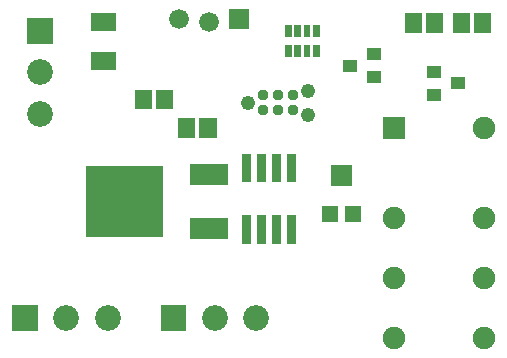
<source format=gbr>
G04 start of page 7 for group -4063 idx -4063 *
G04 Title: (unknown), componentmask *
G04 Creator: pcb 4.0.2 *
G04 CreationDate: Wed Oct 14 23:21:47 2020 UTC *
G04 For: ndholmes *
G04 Format: Gerber/RS-274X *
G04 PCB-Dimensions (mil): 1700.00 1200.00 *
G04 PCB-Coordinate-Origin: lower left *
%MOIN*%
%FSLAX25Y25*%
%LNTOPMASK*%
%ADD46C,0.0370*%
%ADD45C,0.0750*%
%ADD44C,0.0660*%
%ADD43C,0.0490*%
%ADD42C,0.0860*%
%ADD41C,0.0001*%
G54D41*G36*
X54755Y18973D02*Y10373D01*
X63355D01*
Y18973D01*
X54755D01*
G37*
G54D42*X72835Y14673D03*
X86614D03*
G54D41*G36*
X77700Y117800D02*Y111200D01*
X84300D01*
Y117800D01*
X77700D01*
G37*
G54D43*X84000Y86500D03*
X104000Y90500D03*
Y82500D03*
G54D44*X71000Y113500D03*
X61000Y114500D03*
G54D45*X132500Y8000D03*
X162500D03*
Y28000D03*
Y48000D03*
Y78000D03*
G54D41*G36*
X128750Y81750D02*Y74250D01*
X136250D01*
Y81750D01*
X128750D01*
G37*
G54D45*X132500Y48000D03*
Y28000D03*
G54D41*G36*
X10373Y114745D02*Y106145D01*
X18973D01*
Y114745D01*
X10373D01*
G37*
G54D42*X14673Y96665D03*
Y82886D03*
G54D41*G36*
X5255Y18973D02*Y10373D01*
X13855D01*
Y18973D01*
X5255D01*
G37*
G54D42*X23335Y14673D03*
X37114D03*
G54D41*G36*
X157816Y116252D02*X152098D01*
Y109748D01*
X157816D01*
Y116252D01*
G37*
G36*
X164902D02*X159184D01*
Y109748D01*
X164902D01*
Y116252D01*
G37*
G36*
X107860Y112420D02*X105588D01*
Y108277D01*
X107860D01*
Y112420D01*
G37*
G36*
X141816Y116252D02*X136098D01*
Y109748D01*
X141816D01*
Y116252D01*
G37*
G36*
X148902D02*X143184D01*
Y109748D01*
X148902D01*
Y116252D01*
G37*
G36*
X104712Y112420D02*X102438D01*
Y108277D01*
X104712D01*
Y112420D01*
G37*
G36*
X101562D02*X99288D01*
Y108277D01*
X101562D01*
Y112420D01*
G37*
G54D46*X99000Y89000D03*
G54D41*G36*
X98412Y112420D02*X96140D01*
Y108277D01*
X98412D01*
Y112420D01*
G37*
G36*
Y105723D02*X96140D01*
Y101580D01*
X98412D01*
Y105723D01*
G37*
G36*
X101562D02*X99288D01*
Y101580D01*
X101562D01*
Y105723D01*
G37*
G36*
X104712D02*X102438D01*
Y101580D01*
X104712D01*
Y105723D01*
G37*
G36*
X107860D02*X105588D01*
Y101580D01*
X107860D01*
Y105723D01*
G37*
G36*
X123700Y104800D02*Y100800D01*
X128300D01*
Y104800D01*
X123700D01*
G37*
G36*
X115500Y100900D02*Y96900D01*
X120100D01*
Y100900D01*
X115500D01*
G37*
G36*
X143500Y98900D02*Y94900D01*
X148100D01*
Y98900D01*
X143500D01*
G37*
G36*
Y91100D02*Y87100D01*
X148100D01*
Y91100D01*
X143500D01*
G37*
G36*
X151700Y95000D02*Y91000D01*
X156300D01*
Y95000D01*
X151700D01*
G37*
G36*
X123700Y97000D02*Y93000D01*
X128300D01*
Y97000D01*
X123700D01*
G37*
G36*
X58902Y90752D02*X53184D01*
Y84248D01*
X58902D01*
Y90752D01*
G37*
G36*
X51816D02*X46098D01*
Y84248D01*
X51816D01*
Y90752D01*
G37*
G36*
X31636Y116362D02*Y110262D01*
X39736D01*
Y116362D01*
X31636D01*
G37*
G36*
Y103362D02*Y97262D01*
X39736D01*
Y103362D01*
X31636D01*
G37*
G36*
X30000Y65400D02*Y41600D01*
X55400D01*
Y65400D01*
X30000D01*
G37*
G36*
X85000Y49000D02*X82000D01*
Y39500D01*
X85000D01*
Y49000D01*
G37*
G36*
X64700Y48050D02*Y40950D01*
X77300D01*
Y48050D01*
X64700D01*
G37*
G36*
X108449Y52100D02*Y46800D01*
X113750D01*
Y52100D01*
X108449D01*
G37*
G36*
X116250D02*Y46800D01*
X121551D01*
Y52100D01*
X116250D01*
G37*
G36*
X90000Y49000D02*X87000D01*
Y39500D01*
X90000D01*
Y49000D01*
G37*
G54D46*X89000Y84000D03*
Y89000D03*
G54D41*G36*
X95000Y49000D02*X92000D01*
Y39500D01*
X95000D01*
Y49000D01*
G37*
G54D46*X94000Y84000D03*
Y89000D03*
G54D41*G36*
X100000Y49000D02*X97000D01*
Y39500D01*
X100000D01*
Y49000D01*
G37*
G54D46*X99000Y84000D03*
G54D41*G36*
X100000Y69500D02*X97000D01*
Y60000D01*
X100000D01*
Y69500D01*
G37*
G36*
X95000D02*X92000D01*
Y60000D01*
X95000D01*
Y69500D01*
G37*
G36*
X90000D02*X87000D01*
Y60000D01*
X90000D01*
Y69500D01*
G37*
G36*
X85000D02*X82000D01*
Y60000D01*
X85000D01*
Y69500D01*
G37*
G36*
X111550Y65700D02*Y58800D01*
X118451D01*
Y65700D01*
X111550D01*
G37*
G36*
X64700Y66050D02*Y58950D01*
X77300D01*
Y66050D01*
X64700D01*
G37*
G36*
X73402Y81252D02*X67684D01*
Y74748D01*
X73402D01*
Y81252D01*
G37*
G36*
X66316D02*X60598D01*
Y74748D01*
X66316D01*
Y81252D01*
G37*
M02*

</source>
